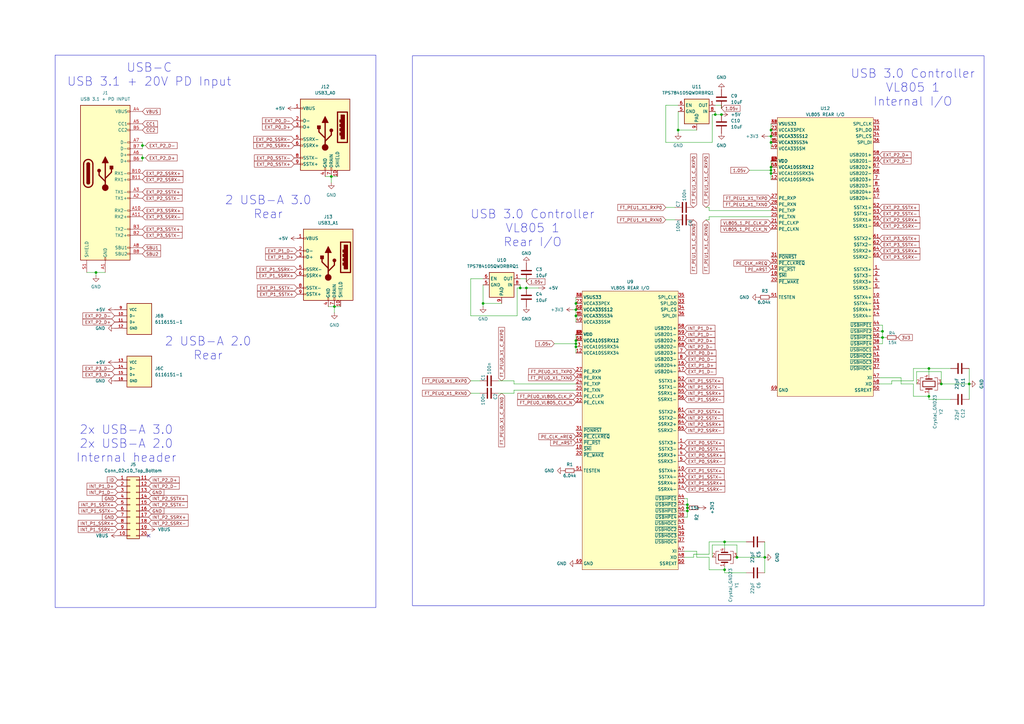
<source format=kicad_sch>
(kicad_sch (version 20250114) (generator "eeschema") (generator_version "9.0")
  (paper "A3")
  (title_block (title "Bugboard-1 D2000 mITX") (date "2025-05-23") (rev "1.0"))
  (lib_symbols
    (symbol "+5V_2" (power) (pin_numbers (hide yes)) (pin_names (offset 0) (hide yes))
      (property "Value" "+5V" (at 0 3.556 0))
      (symbol "+5V_2_1_1"
        (pin power_in line (at 0 0 90) (length 0) (name "~") (number "1"))
      )
    )
    (symbol "6116151-1:6116151-1" (pin_names (offset 1.016))
      (property "Reference" "J" (at -5.08 16.51 0))
      (property "Value" "6116151-1" (at -5.08 -31.75 0))
      (symbol "6116151-1_1_0"
        (pin passive line (at -10.16 12.7 0) (length 5.08) (name "1") (number "1"))
        (pin passive line (at -10.16 10.16 0) (length 5.08) (name "2") (number "2"))
        (pin passive line (at -10.16 7.62 0) (length 5.08) (name "3") (number "3"))
        (pin passive line (at -10.16 5.08 0) (length 5.08) (name "4") (number "4"))
        (pin passive line (at -10.16 2.54 0) (length 5.08) (name "5") (number "5"))
        (pin passive line (at -10.16 0 0) (length 5.08) (name "6") (number "6"))
        (pin passive line (at -10.16 -2.54 0) (length 5.08) (name "7") (number "7"))
        (pin passive line (at -10.16 -5.08 0) (length 5.08) (name "8") (number "8"))
        (pin passive line (at -10.16 -10.16 0) (length 5.08) (name "SHIELD") (number "S1"))
        (pin passive line (at -10.16 -12.7 0) (length 5.08) (name "SHIELD__1") (number "S2"))
        (pin passive line (at -10.16 -15.24 0) (length 5.08) (name "SHIELD__2") (number "S3"))
        (pin passive line (at -10.16 -17.78 0) (length 5.08) (name "SHIELD__3") (number "S4"))
        (pin passive line (at -10.16 -20.32 0) (length 5.08) (name "SHIELD__4") (number "S5"))
        (pin passive line (at -10.16 -22.86 0) (length 5.08) (name "SHIELD__5") (number "S6"))
        (pin passive line (at -10.16 -25.4 0) (length 5.08) (name "SHIELD__6") (number "S7"))
        (pin passive line (at -10.16 -27.94 0) (length 5.08) (name "SHIELD__7") (number "S8"))
      )
      (symbol "6116151-1_2_0"
        (pin power_in line (at -10.16 2.54 0) (length 5.08) (name "VCC") (number "9"))
        (pin bidirectional line (at -10.16 0 0) (length 5.08) (name "D-") (number "10"))
        (pin bidirectional line (at -10.16 -2.54 0) (length 5.08) (name "D+") (number "11"))
        (pin power_in line (at -10.16 -5.08 0) (length 5.08) (name "GND") (number "12"))
      )
      (symbol "6116151-1_3_0"
        (pin power_in line (at -10.16 2.54 0) (length 5.08) (name "VCC") (number "13"))
        (pin bidirectional line (at -10.16 0 0) (length 5.08) (name "D-") (number "14"))
        (pin bidirectional line (at -10.16 -2.54 0) (length 5.08) (name "D+") (number "15"))
        (pin power_in line (at -10.16 -5.08 0) (length 5.08) (name "GND") (number "16"))
      )
    )
    (symbol "Connector:USB3_A" (pin_names (offset 1.016))
      (property "Reference" "J" (at -10.16 15.24 0))
      (property "Value" "USB3_A" (at 10.16 15.24 0))
      (symbol "USB3_A_1_1"
        (pin passive line (at -5.08 -17.78 90) (length 2.54) (name "SHIELD") (number "10"))
        (pin passive line (at -2.54 -17.78 90) (length 2.54) (name "DRAIN") (number "7"))
        (pin power_in line (at 0 -17.78 90) (length 2.54) (name "GND") (number "4"))
        (pin power_in line (at 12.7 10.16 180) (length 2.54) (name "VBUS") (number "1"))
        (pin bidirectional line (at 12.7 5.08 180) (length 2.54) (name "D-") (number "2"))
        (pin bidirectional line (at 12.7 2.54 180) (length 2.54) (name "D+") (number "3"))
        (pin output line (at 12.7 -2.54 180) (length 2.54) (name "SSRX-") (number "5"))
        (pin output line (at 12.7 -5.08 180) (length 2.54) (name "SSRX+") (number "6"))
        (pin input line (at 12.7 -10.16 180) (length 2.54) (name "SSTX-") (number "8"))
        (pin input line (at 12.7 -12.7 180) (length 2.54) (name "SSTX+") (number "9"))
      )
    )
    (symbol "Connector:USB_C_Receptacle" (pin_names (offset 1.016))
      (property "Reference" "J" (at -10.16 29.21 0))
      (property "Value" "USB_C_Receptacle" (at 10.16 29.21 0))
      (symbol "USB_C_Receptacle_1_1"
        (pin passive line (at -7.62 -40.64 90) (length 5.08) (name "SHIELD") (number "S1"))
        (pin passive line (at 0 -40.64 90) (length 5.08) (name "GND") (number "A1"))
        (pin passive line (at 0 -40.64 90) (length 5.08) (hide yes) (name "GND") (number "A12"))
        (pin passive line (at 0 -40.64 90) (length 5.08) (hide yes) (name "GND") (number "B1"))
        (pin passive line (at 0 -40.64 90) (length 5.08) (hide yes) (name "GND") (number "B12"))
        (pin passive line (at 15.24 25.4 180) (length 5.08) (name "VBUS") (number "A4"))
        (pin passive line (at 15.24 25.4 180) (length 5.08) (hide yes) (name "VBUS") (number "A9"))
        (pin passive line (at 15.24 25.4 180) (length 5.08) (hide yes) (name "VBUS") (number "B4"))
        (pin passive line (at 15.24 25.4 180) (length 5.08) (hide yes) (name "VBUS") (number "B9"))
        (pin bidirectional line (at 15.24 20.32 180) (length 5.08) (name "CC1") (number "A5"))
        (pin bidirectional line (at 15.24 17.78 180) (length 5.08) (name "CC2") (number "B5"))
        (pin bidirectional line (at 15.24 12.7 180) (length 5.08) (name "D-") (number "A7"))
        (pin bidirectional line (at 15.24 10.16 180) (length 5.08) (name "D-") (number "B7"))
        (pin bidirectional line (at 15.24 7.62 180) (length 5.08) (name "D+") (number "A6"))
        (pin bidirectional line (at 15.24 5.08 180) (length 5.08) (name "D+") (number "B6"))
        (pin bidirectional line (at 15.24 0 180) (length 5.08) (name "RX1-") (number "B10"))
        (pin bidirectional line (at 15.24 -2.54 180) (length 5.08) (name "RX1+") (number "B11"))
        (pin bidirectional line (at 15.24 -7.62 180) (length 5.08) (name "TX1-") (number "A3"))
        (pin bidirectional line (at 15.24 -10.16 180) (length 5.08) (name "TX1+") (number "A2"))
        (pin bidirectional line (at 15.24 -15.24 180) (length 5.08) (name "RX2-") (number "A10"))
        (pin bidirectional line (at 15.24 -17.78 180) (length 5.08) (name "RX2+") (number "A11"))
        (pin bidirectional line (at 15.24 -22.86 180) (length 5.08) (name "TX2-") (number "B3"))
        (pin bidirectional line (at 15.24 -25.4 180) (length 5.08) (name "TX2+") (number "B2"))
        (pin bidirectional line (at 15.24 -30.48 180) (length 5.08) (name "SBU1") (number "A8"))
        (pin bidirectional line (at 15.24 -33.02 180) (length 5.08) (name "SBU2") (number "B8"))
      )
    )
    (symbol "Connector_Generic:Conn_02x10_Top_Bottom" (pin_names (offset 1.016) (hide yes))
      (property "Reference" "J" (at 1.27 12.7 0))
      (property "Value" "Conn_02x10_Top_Bottom" (at 1.27 -15.24 0))
      (symbol "Conn_02x10_Top_Bottom_1_1"
        (pin passive line (at -5.08 10.16 0) (length 3.81) (name "Pin_1") (number "1"))
        (pin passive line (at -5.08 7.62 0) (length 3.81) (name "Pin_2") (number "2"))
        (pin passive line (at -5.08 5.08 0) (length 3.81) (name "Pin_3") (number "3"))
        (pin passive line (at -5.08 2.54 0) (length 3.81) (name "Pin_4") (number "4"))
        (pin passive line (at -5.08 0 0) (length 3.81) (name "Pin_5") (number "5"))
        (pin passive line (at -5.08 -2.54 0) (length 3.81) (name "Pin_6") (number "6"))
        (pin passive line (at -5.08 -5.08 0) (length 3.81) (name "Pin_7") (number "7"))
        (pin passive line (at -5.08 -7.62 0) (length 3.81) (name "Pin_8") (number "8"))
        (pin passive line (at -5.08 -10.16 0) (length 3.81) (name "Pin_9") (number "9"))
        (pin passive line (at -5.08 -12.7 0) (length 3.81) (name "Pin_10") (number "10"))
        (pin passive line (at 7.62 10.16 180) (length 3.81) (name "Pin_11") (number "11"))
        (pin passive line (at 7.62 7.62 180) (length 3.81) (name "Pin_12") (number "12"))
        (pin passive line (at 7.62 5.08 180) (length 3.81) (name "Pin_13") (number "13"))
        (pin passive line (at 7.62 2.54 180) (length 3.81) (name "Pin_14") (number "14"))
        (pin passive line (at 7.62 0 180) (length 3.81) (name "Pin_15") (number "15"))
        (pin passive line (at 7.62 -2.54 180) (length 3.81) (name "Pin_16") (number "16"))
        (pin passive line (at 7.62 -5.08 180) (length 3.81) (name "Pin_17") (number "17"))
        (pin passive line (at 7.62 -7.62 180) (length 3.81) (name "Pin_18") (number "18"))
        (pin passive line (at 7.62 -10.16 180) (length 3.81) (name "Pin_19") (number "19"))
        (pin passive line (at 7.62 -12.7 180) (length 3.81) (name "Pin_20") (number "20"))
      )
    )
    (symbol "Device:C" (pin_numbers (hide yes)) (pin_names (offset 0.254))
      (property "Reference" "C" (at 0.635 2.54 0))
      (property "Value" "C" (at 0.635 -2.54 0))
      (symbol "C_1_1"
        (pin passive line (at 0 3.81 270) (length 2.794) (name "~") (number "1"))
        (pin passive line (at 0 -3.81 90) (length 2.794) (name "~") (number "2"))
      )
    )
    (symbol "Device:Crystal_GND23" (pin_names (offset 1.016) (hide yes))
      (property "Reference" "Y" (at 3.175 5.08 0))
      (property "Value" "Crystal_GND23" (at 3.175 3.175 0))
      (symbol "Crystal_GND23_1_1"
        (pin passive line (at -3.81 0 0) (length 1.27) (name "1") (number "1"))
        (pin passive line (at 0 5.08 270) (length 1.27) (name "2") (number "2"))
        (pin passive line (at 0 -5.08 90) (length 1.27) (name "3") (number "3"))
        (pin passive line (at 3.81 0 180) (length 1.27) (name "4") (number "4"))
      )
    )
    (symbol "Device:R_Small" (pin_numbers (hide yes)) (pin_names (offset 0.254) (hide yes))
      (property "Reference" "R" (at 0.762 0.508 0))
      (property "Value" "R_Small" (at 0.762 -1.016 0))
      (symbol "R_Small_1_1"
        (pin passive line (at 0 2.54 270) (length 0.762) (name "~") (number "1"))
        (pin passive line (at 0 -2.54 90) (length 0.762) (name "~") (number "2"))
      )
    )
    (symbol "GND_4" (power) (pin_numbers (hide yes)) (pin_names (offset 0) (hide yes))
      (property "Value" "GND" (at 0 -3.81 0))
      (symbol "GND_4_1_1"
        (pin power_in line (at 0 0 270) (length 0) (name "~") (number "1"))
      )
    )
    (symbol "TPS784105QWDRBRQ1:TPS784105QWDRBRQ1"
      (property "Reference" "U4" (at 0 10.16 0))
      (property "Value" "TPS784105QWDRBRQ1" (at 0 7.62 0))
      (symbol "TPS784105QWDRBRQ1_1_1"
        (pin power_in line (at -7.62 2.54 0) (length 2.54) (name "EN") (number "6"))
        (pin power_in line (at -7.62 0 0) (length 2.54) (name "GND") (number "5"))
        (pin no_connect line (at -7.62 -3.81 0) (length 2.54) (hide yes) (name "NC") (number "7"))
        (pin passive line (at 0 -7.62 90) (length 2.54) (name "PAD") (number "9"))
        (pin power_out line (at 7.62 2.54 180) (length 2.54) (name "OUT") (number "1"))
        (pin input line (at 7.62 0 180) (length 2.54) (name "IN") (number "8"))
        (pin no_connect line (at 7.62 -3.81 180) (length 2.54) (hide yes) (name "NC") (number "2"))
      )
    )
    (symbol "VL805:VL805"
      (property "Reference" "U" (at 0 0 0))
      (symbol "VL805_1_1"
        (pin input line (at -20.32 54.61 0) (length 2.54) (name "VSUS33") (number "32"))
        (pin input line (at -20.32 54.61 0) (length 2.54) (name "VSUS33") (number "46"))
        (pin input line (at -20.32 52.07 0) (length 2.54) (name "VCCA33PEX") (number "23"))
        (pin input line (at -20.32 49.53 0) (length 2.54) (name "VCCA33SS12") (number "57"))
        (pin input line (at -20.32 49.53 0) (length 2.54) (name "VCCA33SS12") (number "66"))
        (pin input line (at -20.32 46.99 0) (length 2.54) (name "VCCA33SS34") (number "15"))
        (pin input line (at -20.32 46.99 0) (length 2.54) (name "VCCA33SS34") (number "6"))
        (pin input line (at -20.32 44.45 0) (length 2.54) (name "VCCA33SSM") (number "49"))
        (pin input line (at -20.32 39.37 0) (length 2.54) (name "VDD") (number "29"))
        (pin input line (at -20.32 39.37 0) (length 2.54) (name "VDD") (number "45"))
        (pin input line (at -20.32 39.37 0) (length 2.54) (name "VDD") (number "60"))
        (pin input line (at -20.32 39.37 0) (length 2.54) (name "VDD") (number "9"))
        (pin input line (at -20.32 36.83 0) (length 2.54) (name "VCCA10SSRX12") (number "54"))
        (pin input line (at -20.32 36.83 0) (length 2.54) (name "VCCA10SSRX12") (number "63"))
        (pin input line (at -20.32 34.29 0) (length 2.54) (name "VCCA10SSRX34") (number "3"))
        (pin input line (at -20.32 31.75 0) (length 2.54) (name "VCCA10SSRX34") (number "12"))
        (pin input line (at -20.32 24.13 0) (length 2.54) (name "PE_RXP") (number "27"))
        (pin input line (at -20.32 21.59 0) (length 2.54) (name "PE_RXN") (number "28"))
        (pin input line (at -20.32 19.05 0) (length 2.54) (name "PE_TXP") (number "24"))
        (pin input line (at -20.32 16.51 0) (length 2.54) (name "PE_TXN") (number "25"))
        (pin input line (at -20.32 13.97 0) (length 2.54) (name "PE_CLKP") (number "21"))
        (pin input line (at -20.32 11.43 0) (length 2.54) (name "PE_CLKN") (number "22"))
        (pin input line (at -20.32 0 0) (length 2.54) (name "~{PONRST}") (number "31"))
        (pin input line (at -20.32 -2.54 0) (length 2.54) (name "~{PE_CLKREQ}") (number "30"))
        (pin input line (at -20.32 -5.08 0) (length 2.54) (name "~{PE_RST}") (number "19"))
        (pin input line (at -20.32 -7.62 0) (length 2.54) (name "~{SMI}") (number "18"))
        (pin input line (at -20.32 -10.16 0) (length 2.54) (name "~{PE_WAKE}") (number "20"))
        (pin input line (at -20.32 -16.51 0) (length 2.54) (name "TESTEN") (number "51"))
        (pin input line (at -20.32 -54.61 0) (length 2.54) (name "GND") (number "69"))
        (pin input line (at 24.13 54.61 180) (length 2.54) (name "SPI_CLK") (number "35"))
        (pin input line (at 24.13 52.07 180) (length 2.54) (name "SPI_DO") (number "33"))
        (pin input line (at 24.13 49.53 180) (length 2.54) (name "SPI_CS") (number "34"))
        (pin input line (at 24.13 46.99 180) (length 2.54) (name "SPI_DI") (number "36"))
        (pin input line (at 24.13 41.91 180) (length 2.54) (name "USB2D1+") (number "58"))
        (pin input line (at 24.13 39.37 180) (length 2.54) (name "USB2D1-") (number "59"))
        (pin input line (at 24.13 36.83 180) (length 2.54) (name "USB2D2+") (number "67"))
        (pin input line (at 24.13 34.29 180) (length 2.54) (name "USB2D2-") (number "68"))
        (pin input line (at 24.13 31.75 180) (length 2.54) (name "USB2D3+") (number "7"))
        (pin input line (at 24.13 29.21 180) (length 2.54) (name "USB2D3-") (number "8"))
        (pin input line (at 24.13 26.67 180) (length 2.54) (name "USB2D4+") (number "16"))
        (pin input line (at 24.13 24.13 180) (length 2.54) (name "USB2D4-") (number "17"))
        (pin input line (at 24.13 20.32 180) (length 2.54) (name "SSTX1+") (number "52"))
        (pin input line (at 24.13 17.78 180) (length 2.54) (name "SSTX1-") (number "53"))
        (pin input line (at 24.13 15.24 180) (length 2.54) (name "SSRX1+") (number "55"))
        (pin input line (at 24.13 12.7 180) (length 2.54) (name "SSRX1-") (number "56"))
        (pin input line (at 24.13 7.62 180) (length 2.54) (name "SSTX2+") (number "61"))
        (pin input line (at 24.13 5.08 180) (length 2.54) (name "SSTX2-") (number "62"))
        (pin input line (at 24.13 2.54 180) (length 2.54) (name "SSRX2+") (number "64"))
        (pin input line (at 24.13 0 180) (length 2.54) (name "SSRX2-") (number "65"))
        (pin input line (at 24.13 -5.08 180) (length 2.54) (name "SSTX3+") (number "1"))
        (pin input line (at 24.13 -7.62 180) (length 2.54) (name "SSTX3-") (number "2"))
        (pin input line (at 24.13 -10.16 180) (length 2.54) (name "SSRX3+") (number "4"))
        (pin input line (at 24.13 -12.7 180) (length 2.54) (name "SSRX3-") (number "5"))
        (pin input line (at 24.13 -16.51 180) (length 2.54) (name "SSTX4+") (number "10"))
        (pin input line (at 24.13 -19.05 180) (length 2.54) (name "SSTX4-") (number "11"))
        (pin input line (at 24.13 -21.59 180) (length 2.54) (name "SSRX4+") (number "13"))
        (pin input line (at 24.13 -24.13 180) (length 2.54) (name "SSRX4-") (number "14"))
        (pin input line (at 24.13 -27.94 180) (length 2.54) (name "~{USBHPE1}") (number "44"))
        (pin input line (at 24.13 -30.48 180) (length 2.54) (name "~{USBHPE2}") (number "42"))
        (pin input line (at 24.13 -33.02 180) (length 2.54) (name "~{USBHPE3}") (number "40"))
        (pin input line (at 24.13 -35.56 180) (length 2.54) (name "~{USBHPE4}") (number "38"))
        (pin input line (at 24.13 -38.1 180) (length 2.54) (name "~{USBHOC1}") (number "43"))
        (pin input line (at 24.13 -40.64 180) (length 2.54) (name "~{USBHOC2}") (number "41"))
        (pin input line (at 24.13 -43.18 180) (length 2.54) (name "~{USBHOC3}") (number "39"))
        (pin input line (at 24.13 -45.72 180) (length 2.54) (name "~{USBHOC4}") (number "37"))
        (pin input line (at 24.13 -49.53 180) (length 2.54) (name "XI") (number "47"))
        (pin input line (at 24.13 -52.07 180) (length 2.54) (name "XO") (number "48"))
        (pin input line (at 24.13 -54.61 180) (length 2.54) (name "SSREXT") (number "50"))
      )
    )
    (symbol "power:+3V3" (power) (pin_names (offset 0))
      (property "Value" "+3V3" (at 0 3.556 0))
      (symbol "+3V3_1_1"
        (pin power_in line (at 0 0 90) (length 0) (hide yes) (name "+3V3") (number "1"))
      )
    )
    (symbol "power:+5V" (power) (pin_numbers (hide yes)) (pin_names (offset 0) (hide yes))
      (property "Value" "+5V" (at 0 3.556 0))
      (symbol "+5V_1_1"
        (pin power_in line (at 0 0 90) (length 0) (name "~") (number "1"))
      )
    )
    (symbol "power:GND" (power) (pin_numbers (hide yes)) (pin_names (offset 0) (hide yes))
      (property "Value" "GND" (at 0 -3.81 0))
      (symbol "GND_1_1"
        (pin power_in line (at 0 0 270) (length 0) (name "~") (number "1"))
      )
    )
    (symbol "power:VBUS" (power) (pin_numbers (hide yes)) (pin_names (offset 0) (hide yes))
      (property "Value" "VBUS" (at 0 3.556 0))
      (symbol "VBUS_1_1"
        (pin power_in line (at 0 0 90) (length 0) (name "~") (number "1"))
      )
    )
  )
  (rectangle (start 22.606 22.606) (end 154.178 249.174))
  (rectangle (start 169.164 22.86) (end 403.606 248.412))
  (text "USB 3.0 Controller\nVL805 1\nInternal I/O" (at 374.396 36.068 0) (effects (font (size 3.556 3.556))))
  (text "2x USB-A 3.0\n2x USB-A 2.0\nInternal header" (at 51.816 182.118 0) (effects (font (size 3.556 3.556))))
  (text "2 USB-A 3.0\nRear" (at 109.982 85.09 0) (effects (font (size 3.556 3.556))))
  (text "2 USB-A 2.0\nRear" (at 85.344 143.002 0) (effects (font (size 3.556 3.556))))
  (text "USB 3.0 Controller\nVL805 1\nRear I/O" (at 218.44 93.726 0) (effects (font (size 3.556 3.556))))
  (text "USB-C\nUSB 3.1 + 20V PD Input" (at 61.214 30.734 0) (effects (font (size 3.556 3.556))))
  (junction (at 236.22 140.97))
  (junction (at 278.13 53.34))
  (junction (at 397.51 157.48))
  (junction (at 293.37 46.99))
  (junction (at 281.94 209.55))
  (junction (at 213.36 118.11))
  (junction (at 58.42 59.69))
  (junction (at 302.26 228.6))
  (junction (at 316.23 68.58))
  (junction (at 316.23 58.42))
  (junction (at 295.91 46.99))
  (junction (at 198.12 124.46))
  (junction (at 316.23 71.12))
  (junction (at 316.23 53.34))
  (junction (at 316.23 55.88))
  (junction (at 236.22 127))
  (junction (at 316.23 69.85))
  (junction (at 236.22 142.24))
  (junction (at 58.42 64.77))
  (junction (at 236.22 129.54))
  (junction (at 313.69 228.6))
  (junction (at 215.9 118.11))
  (junction (at 361.95 135.89))
  (junction (at 281.94 207.01))
  (junction (at 39.37 111.76))
  (junction (at 137.16 125.73))
  (junction (at 381 151.13))
  (junction (at 236.22 124.46))
  (junction (at 297.18 233.68))
  (junction (at 386.08 157.48))
  (junction (at 297.18 222.25))
  (junction (at 361.95 138.43))
  (junction (at 236.22 139.7))
  (junction (at 281.94 208.28))
  (junction (at 381 162.56))
  (junction (at 135.89 72.39))
  (no_connect (at 60.96 219.71))
  (wire (pts (xy 278.13 45.72) (xy 278.13 53.34)))
  (wire (pts (xy 290.83 228.6) (xy 290.83 233.68)))
  (wire (pts (xy 236.22 127) (xy 234.95 127)))
  (wire (pts (xy 290.83 222.25) (xy 290.83 227.33)))
  (wire (pts (xy 316.23 58.42) (xy 316.23 60.96)))
  (wire (pts (xy 365.76 157.48) (xy 365.76 156.21)))
  (wire (pts (xy 273.05 90.17) (xy 276.86 90.17)))
  (wire (pts (xy 198.12 114.3) (xy 193.04 114.3)))
  (wire (pts (xy 215.9 114.3) (xy 215.9 115.57)))
  (wire (pts (xy 297.18 222.25) (xy 297.18 224.79)))
  (wire (pts (xy 278.13 43.18) (xy 273.05 43.18)))
  (wire (pts (xy 290.83 233.68) (xy 297.18 233.68)))
  (wire (pts (xy 313.69 228.6) (xy 313.69 234.95)))
  (wire (pts (xy 290.83 222.25) (xy 297.18 222.25)))
  (wire (pts (xy 360.68 133.35) (xy 361.95 133.35)))
  (wire (pts (xy 306.07 234.95) (xy 297.18 234.95)))
  (wire (pts (xy 293.37 45.72) (xy 293.37 46.99)))
  (wire (pts (xy 58.42 58.42) (xy 58.42 59.69)))
  (wire (pts (xy 210.82 160.02) (xy 236.22 160.02)))
  (wire (pts (xy 273.05 85.09) (xy 276.86 85.09)))
  (wire (pts (xy 204.47 161.29) (xy 210.82 161.29)))
  (wire (pts (xy 292.1 223.52) (xy 302.26 223.52)))
  (wire (pts (xy 39.37 111.76) (xy 43.18 111.76)))
  (wire (pts (xy 397.51 151.13) (xy 397.51 157.48)))
  (wire (pts (xy 360.68 157.48) (xy 365.76 157.48)))
  (wire (pts (xy 236.22 121.92) (xy 236.22 124.46)))
  (wire (pts (xy 360.68 138.43) (xy 361.95 138.43)))
  (wire (pts (xy 236.22 124.46) (xy 236.22 127)))
  (wire (pts (xy 135.89 72.39) (xy 133.35 72.39)))
  (wire (pts (xy 316.23 71.12) (xy 316.23 73.66)))
  (wire (pts (xy 290.83 86.36) (xy 316.23 86.36)))
  (wire (pts (xy 198.12 125.73) (xy 198.12 124.46)))
  (wire (pts (xy 290.83 90.17) (xy 290.83 88.9)))
  (wire (pts (xy 316.23 55.88) (xy 316.23 58.42)))
  (wire (pts (xy 212.09 118.11) (xy 213.36 118.11)))
  (wire (pts (xy 58.42 59.69) (xy 58.42 60.96)))
  (wire (pts (xy 369.57 157.48) (xy 374.65 157.48)))
  (wire (pts (xy 386.08 157.48) (xy 397.51 157.48)))
  (wire (pts (xy 302.26 228.6) (xy 313.69 228.6)))
  (wire (pts (xy 236.22 127) (xy 236.22 129.54)))
  (wire (pts (xy 285.75 228.6) (xy 290.83 228.6)))
  (wire (pts (xy 198.12 124.46) (xy 205.74 124.46)))
  (wire (pts (xy 281.94 209.55) (xy 281.94 212.09)))
  (wire (pts (xy 292.1 228.6) (xy 292.1 223.52)))
  (wire (pts (xy 374.65 151.13) (xy 374.65 156.21)))
  (wire (pts (xy 381 162.56) (xy 381 163.83)))
  (wire (pts (xy 361.95 140.97) (xy 360.68 140.97)))
  (wire (pts (xy 213.36 116.84) (xy 213.36 118.11)))
  (wire (pts (xy 386.08 152.4) (xy 386.08 157.48)))
  (wire (pts (xy 58.42 59.69) (xy 59.69 59.69)))
  (wire (pts (xy 316.23 50.8) (xy 316.23 53.34)))
  (wire (pts (xy 280.67 209.55) (xy 281.94 209.55)))
  (wire (pts (xy 280.67 204.47) (xy 281.94 204.47)))
  (wire (pts (xy 280.67 207.01) (xy 281.94 207.01)))
  (wire (pts (xy 374.65 162.56) (xy 381 162.56)))
  (wire (pts (xy 210.82 157.48) (xy 236.22 157.48)))
  (wire (pts (xy 198.12 124.46) (xy 198.12 116.84)))
  (wire (pts (xy 193.04 161.29) (xy 196.85 161.29)))
  (wire (pts (xy 236.22 139.7) (xy 236.22 140.97)))
  (wire (pts (xy 316.23 66.04) (xy 316.23 68.58)))
  (wire (pts (xy 375.92 157.48) (xy 375.92 152.4)))
  (wire (pts (xy 204.47 156.21) (xy 210.82 156.21)))
  (wire (pts (xy 193.04 129.54) (xy 212.09 129.54)))
  (wire (pts (xy 389.89 163.83) (xy 381 163.83)))
  (wire (pts (xy 292.1 58.42) (xy 292.1 46.99)))
  (wire (pts (xy 363.22 138.43) (xy 361.95 138.43)))
  (wire (pts (xy 316.23 55.88) (xy 314.96 55.88)))
  (wire (pts (xy 316.23 68.58) (xy 316.23 69.85)))
  (wire (pts (xy 135.89 74.93) (xy 135.89 72.39)))
  (wire (pts (xy 297.18 233.68) (xy 297.18 234.95)))
  (wire (pts (xy 365.76 156.21) (xy 374.65 156.21)))
  (wire (pts (xy 361.95 135.89) (xy 361.95 138.43)))
  (wire (pts (xy 316.23 69.85) (xy 316.23 71.12)))
  (wire (pts (xy 360.68 135.89) (xy 361.95 135.89)))
  (wire (pts (xy 236.22 129.54) (xy 236.22 132.08)))
  (wire (pts (xy 306.07 222.25) (xy 297.18 222.25)))
  (wire (pts (xy 236.22 140.97) (xy 236.22 142.24)))
  (wire (pts (xy 213.36 118.11) (xy 215.9 118.11)))
  (wire (pts (xy 293.37 46.99) (xy 295.91 46.99)))
  (wire (pts (xy 273.05 58.42) (xy 292.1 58.42)))
  (wire (pts (xy 227.33 140.97) (xy 236.22 140.97)))
  (wire (pts (xy 39.37 111.76) (xy 39.37 113.03)))
  (wire (pts (xy 313.69 222.25) (xy 313.69 228.6)))
  (wire (pts (xy 361.95 133.35) (xy 361.95 135.89)))
  (wire (pts (xy 273.05 43.18) (xy 273.05 58.42)))
  (wire (pts (xy 137.16 125.73) (xy 137.16 128.27)))
  (wire (pts (xy 369.57 154.94) (xy 369.57 157.48)))
  (wire (pts (xy 196.85 156.21) (xy 193.04 156.21)))
  (wire (pts (xy 374.65 157.48) (xy 374.65 162.56)))
  (wire (pts (xy 278.13 53.34) (xy 285.75 53.34)))
  (wire (pts (xy 236.22 142.24) (xy 236.22 144.78)))
  (wire (pts (xy 35.56 111.76) (xy 39.37 111.76)))
  (wire (pts (xy 381 151.13) (xy 381 153.67)))
  (wire (pts (xy 284.48 227.33) (xy 290.83 227.33)))
  (wire (pts (xy 280.67 226.06) (xy 285.75 226.06)))
  (wire (pts (xy 290.83 88.9) (xy 316.23 88.9)))
  (wire (pts (xy 295.91 43.18) (xy 293.37 43.18)))
  (wire (pts (xy 281.94 208.28) (xy 281.94 209.55)))
  (wire (pts (xy 285.75 226.06) (xy 285.75 228.6)))
  (wire (pts (xy 307.34 69.85) (xy 316.23 69.85)))
  (wire (pts (xy 215.9 114.3) (xy 213.36 114.3)))
  (wire (pts (xy 193.04 114.3) (xy 193.04 129.54)))
  (wire (pts (xy 374.65 151.13) (xy 381 151.13)))
  (wire (pts (xy 361.95 138.43) (xy 361.95 140.97)))
  (wire (pts (xy 281.94 212.09) (xy 280.67 212.09)))
  (wire (pts (xy 381 162.56) (xy 381 161.29)))
  (wire (pts (xy 397.51 157.48) (xy 397.51 163.83)))
  (wire (pts (xy 289.56 90.17) (xy 290.83 90.17)))
  (wire (pts (xy 290.83 85.09) (xy 290.83 86.36)))
  (wire (pts (xy 135.89 72.39) (xy 138.43 72.39)))
  (wire (pts (xy 134.62 125.73) (xy 137.16 125.73)))
  (wire (pts (xy 297.18 233.68) (xy 297.18 232.41)))
  (wire (pts (xy 289.56 85.09) (xy 290.83 85.09)))
  (wire (pts (xy 137.16 125.73) (xy 139.7 125.73)))
  (wire (pts (xy 59.69 64.77) (xy 58.42 64.77)))
  (wire (pts (xy 284.48 228.6) (xy 280.67 228.6)))
  (wire (pts (xy 292.1 46.99) (xy 293.37 46.99)))
  (wire (pts (xy 316.23 53.34) (xy 316.23 55.88)))
  (wire (pts (xy 360.68 154.94) (xy 369.57 154.94)))
  (wire (pts (xy 281.94 204.47) (xy 281.94 207.01)))
  (wire (pts (xy 295.91 43.18) (xy 295.91 44.45)))
  (wire (pts (xy 220.98 118.11) (xy 215.9 118.11)))
  (wire (pts (xy 212.09 129.54) (xy 212.09 118.11)))
  (wire (pts (xy 302.26 223.52) (xy 302.26 228.6)))
  (wire (pts (xy 284.48 228.6) (xy 284.48 227.33)))
  (wire (pts (xy 281.94 207.01) (xy 281.94 208.28)))
  (wire (pts (xy 210.82 161.29) (xy 210.82 160.02)))
  (wire (pts (xy 389.89 151.13) (xy 381 151.13)))
  (wire (pts (xy 236.22 137.16) (xy 236.22 139.7)))
  (wire (pts (xy 58.42 64.77) (xy 58.42 66.04)))
  (wire (pts (xy 58.42 63.5) (xy 58.42 64.77)))
  (wire (pts (xy 278.13 54.61) (xy 278.13 53.34)))
  (wire (pts (xy 375.92 152.4) (xy 386.08 152.4)))
  (wire (pts (xy 210.82 156.21) (xy 210.82 157.48)))
  (global_label "ID" (shape input) (at 48.26 196.85 180) (property "Intersheetrefs" "${INTERSHEET_REFS}" (effects (hide yes))))
  (global_label "EXT_P0_SSTX+" (shape input) (at 280.67 181.61 0) (property "Intersheetrefs" "${INTERSHEET_REFS}" (effects (hide yes))))
  (global_label "SBU2" (shape input) (at 58.42 104.14 0) (property "Intersheetrefs" "${INTERSHEET_REFS}" (effects (hide yes))))
  (global_label "FT_PEU0_X1_TXP0" (shape input) (at 236.22 152.4 180) (property "Intersheetrefs" "${INTERSHEET_REFS}" (effects (hide yes))))
  (global_label "FT_PEU1_X1_RXN0" (shape input) (at 273.05 90.17 180) (property "Intersheetrefs" "${INTERSHEET_REFS}" (effects (hide yes))))
  (global_label "EXT_P0_SSRX-" (shape input) (at 120.65 57.15 180) (property "Intersheetrefs" "${INTERSHEET_REFS}" (effects (hide yes))))
  (global_label "EXT_P2_SSTX+" (shape input) (at 360.68 85.09 0) (property "Intersheetrefs" "${INTERSHEET_REFS}" (effects (hide yes))))
  (global_label "INT_P2_SSRX-" (shape input) (at 60.96 214.63 0) (property "Intersheetrefs" "${INTERSHEET_REFS}" (effects (hide yes))))
  (global_label "INT_P1_D+" (shape input) (at 280.67 134.62 0) (property "Intersheetrefs" "${INTERSHEET_REFS}" (effects (hide yes))))
  (global_label "INT_P2_SSRX+" (shape input) (at 60.96 212.09 0) (property "Intersheetrefs" "${INTERSHEET_REFS}" (effects (hide yes))))
  (global_label "PE_CLK_nREQ" (shape input) (at 316.23 107.95 180) (property "Intersheetrefs" "${INTERSHEET_REFS}" (effects (hide yes))))
  (global_label "EXT_P2_D+" (shape input) (at 46.99 132.08 180) (property "Intersheetrefs" "${INTERSHEET_REFS}" (effects (hide yes))))
  (global_label "FT_PEU0_X1_C_RXN0" (shape input) (at 205.74 161.29 270) (property "Intersheetrefs" "${INTERSHEET_REFS}" (effects (hide yes))))
  (global_label "EXT_P3_SSRX+" (shape input) (at 360.68 102.87 0) (property "Intersheetrefs" "${INTERSHEET_REFS}" (effects (hide yes))))
  (global_label "INT_P1_SSRX+" (shape input) (at 280.67 161.29 0) (property "Intersheetrefs" "${INTERSHEET_REFS}" (effects (hide yes))))
  (global_label "EXT_P1_SSRX-" (shape input) (at 121.92 110.49 180) (property "Intersheetrefs" "${INTERSHEET_REFS}" (effects (hide yes))))
  (global_label "INT_P2_D+" (shape input) (at 280.67 139.7 0) (property "Intersheetrefs" "${INTERSHEET_REFS}" (effects (hide yes))))
  (global_label "EXT_P1_SSTX-" (shape input) (at 280.67 195.58 0) (property "Intersheetrefs" "${INTERSHEET_REFS}" (effects (hide yes))))
  (global_label "EXT_P0_D+" (shape input) (at 120.65 52.07 180) (property "Intersheetrefs" "${INTERSHEET_REFS}" (effects (hide yes))))
  (global_label "EXT_P2_SSRX+" (shape input) (at 360.68 90.17 0) (property "Intersheetrefs" "${INTERSHEET_REFS}" (effects (hide yes))))
  (global_label "EXT_P1_D+" (shape input) (at 121.92 105.41 180) (property "Intersheetrefs" "${INTERSHEET_REFS}" (effects (hide yes))))
  (global_label "EXT_P2_SSTX-" (shape input) (at 58.42 81.28 0) (property "Intersheetrefs" "${INTERSHEET_REFS}" (effects (hide yes))))
  (global_label "FT_PEU0_X1_TXN0" (shape input) (at 236.22 154.94 180) (property "Intersheetrefs" "${INTERSHEET_REFS}" (effects (hide yes))))
  (global_label "EXT_P1_D+" (shape input) (at 280.67 149.86 0) (property "Intersheetrefs" "${INTERSHEET_REFS}" (effects (hide yes))))
  (global_label "FT_PEU1_X1_C_RXP0" (shape input) (at 284.48 85.09 90) (property "Intersheetrefs" "${INTERSHEET_REFS}" (effects (hide yes))))
  (global_label "EXT_P3_SSTX+" (shape input) (at 360.68 97.79 0) (property "Intersheetrefs" "${INTERSHEET_REFS}" (effects (hide yes))))
  (global_label "INT_P1_SSRX+" (shape input) (at 48.26 214.63 180) (property "Intersheetrefs" "${INTERSHEET_REFS}" (effects (hide yes))))
  (global_label "EXT_P2_SSRX-" (shape input) (at 58.42 73.66 0) (property "Intersheetrefs" "${INTERSHEET_REFS}" (effects (hide yes))))
  (global_label "FT_PEU1_X1_TXN0" (shape input) (at 316.23 83.82 180) (property "Intersheetrefs" "${INTERSHEET_REFS}" (effects (hide yes))))
  (global_label "FT_PEU1_X1_C_RXP0" (shape input) (at 289.56 85.09 90) (property "Intersheetrefs" "${INTERSHEET_REFS}" (effects (hide yes))))
  (global_label "EXT_P2_SSRX+" (shape input) (at 58.42 71.12 0) (property "Intersheetrefs" "${INTERSHEET_REFS}" (effects (hide yes))))
  (global_label "EXT_P0_D-" (shape input) (at 120.65 49.53 180) (property "Intersheetrefs" "${INTERSHEET_REFS}" (effects (hide yes))))
  (global_label "INT_P1_SSRX-" (shape input) (at 48.26 217.17 180) (property "Intersheetrefs" "${INTERSHEET_REFS}" (effects (hide yes))))
  (global_label "EXT_P2_D-" (shape input) (at 46.99 129.54 180) (property "Intersheetrefs" "${INTERSHEET_REFS}" (effects (hide yes))))
  (global_label "EXT_P0_SSTX-" (shape input) (at 120.65 64.77 180) (property "Intersheetrefs" "${INTERSHEET_REFS}" (effects (hide yes))))
  (global_label "FT_PEU1_X1_C_RXN0" (shape input) (at 284.48 90.17 270) (property "Intersheetrefs" "${INTERSHEET_REFS}" (effects (hide yes))))
  (global_label "FT_PEU0_VL805_CLK_P" (shape input) (at 236.22 162.56 180) (property "Intersheetrefs" "${INTERSHEET_REFS}" (effects (hide yes))))
  (global_label "INT_P2_SSTX-" (shape input) (at 60.96 207.01 0) (property "Intersheetrefs" "${INTERSHEET_REFS}" (effects (hide yes))))
  (global_label "EXT_P2_D+" (shape input) (at 59.69 64.77 0) (property "Intersheetrefs" "${INTERSHEET_REFS}" (effects (hide yes))))
  (global_label "FT_PEU0_X1_RXP0" (shape input) (at 193.04 156.21 180) (property "Intersheetrefs" "${INTERSHEET_REFS}" (effects (hide yes))))
  (global_label "EXT_P0_SSTX-" (shape input) (at 280.67 184.15 0) (property "Intersheetrefs" "${INTERSHEET_REFS}" (effects (hide yes))))
  (global_label "EXT_P1_SSTX-" (shape input) (at 121.92 118.11 180) (property "Intersheetrefs" "${INTERSHEET_REFS}" (effects (hide yes))))
  (global_label "CC1" (shape input) (at 58.42 50.8 0) (property "Intersheetrefs" "${INTERSHEET_REFS}" (effects (hide yes))))
  (global_label "EXT_P3_D-" (shape input) (at 46.99 151.13 180) (property "Intersheetrefs" "${INTERSHEET_REFS}" (effects (hide yes))))
  (global_label "SBU1" (shape input) (at 58.42 101.6 0) (property "Intersheetrefs" "${INTERSHEET_REFS}" (effects (hide yes))))
  (global_label "INT_P1_SSTX-" (shape input) (at 280.67 158.75 0) (property "Intersheetrefs" "${INTERSHEET_REFS}" (effects (hide yes))))
  (global_label "EXT_P2_SSTX+" (shape input) (at 58.42 78.74 0) (property "Intersheetrefs" "${INTERSHEET_REFS}" (effects (hide yes))))
  (global_label "EXT_P3_D+" (shape input) (at 46.99 153.67 180) (property "Intersheetrefs" "${INTERSHEET_REFS}" (effects (hide yes))))
  (global_label "EXT_P3_SSRX+" (shape input) (at 58.42 86.36 0) (property "Intersheetrefs" "${INTERSHEET_REFS}" (effects (hide yes))))
  (global_label "GND" (shape input) (at 60.96 209.55 0) (property "Intersheetrefs" "${INTERSHEET_REFS}" (effects (hide yes))))
  (global_label "FT_PEU0_VL805_CLK_N" (shape input) (at 236.22 165.1 180) (property "Intersheetrefs" "${INTERSHEET_REFS}" (effects (hide yes))))
  (global_label "EXT_P1_D-" (shape input) (at 121.92 102.87 180) (property "Intersheetrefs" "${INTERSHEET_REFS}" (effects (hide yes))))
  (global_label "INT_P2_D-" (shape input) (at 60.96 199.39 0) (property "Intersheetrefs" "${INTERSHEET_REFS}" (effects (hide yes))))
  (global_label "EXT_P2_SSTX-" (shape input) (at 360.68 87.63 0) (property "Intersheetrefs" "${INTERSHEET_REFS}" (effects (hide yes))))
  (global_label "EXT_P3_SSTX-" (shape input) (at 360.68 100.33 0) (property "Intersheetrefs" "${INTERSHEET_REFS}" (effects (hide yes))))
  (global_label "1.05v" (shape input) (at 307.34 69.85 180) (property "Intersheetrefs" "${INTERSHEET_REFS}" (effects (hide yes))))
  (global_label "EXT_P2_SSRX-" (shape input) (at 360.68 92.71 0) (property "Intersheetrefs" "${INTERSHEET_REFS}" (effects (hide yes))))
  (global_label "EXT_P3_SSRX-" (shape input) (at 360.68 105.41 0) (property "Intersheetrefs" "${INTERSHEET_REFS}" (effects (hide yes))))
  (global_label "INT_P1_D-" (shape input) (at 48.26 201.93 180) (property "Intersheetrefs" "${INTERSHEET_REFS}" (effects (hide yes))))
  (global_label "INT_P1_D-" (shape input) (at 280.67 137.16 0) (property "Intersheetrefs" "${INTERSHEET_REFS}" (effects (hide yes))))
  (global_label "EXT_P2_D+" (shape input) (at 360.68 63.5 0) (property "Intersheetrefs" "${INTERSHEET_REFS}" (effects (hide yes))))
  (global_label "FT_PEU0_X1_RXN0" (shape input) (at 193.04 161.29 180) (property "Intersheetrefs" "${INTERSHEET_REFS}" (effects (hide yes))))
  (global_label "EXT_P1_SSTX+" (shape input) (at 280.67 193.04 0) (property "Intersheetrefs" "${INTERSHEET_REFS}" (effects (hide yes))))
  (global_label "EXT_P1_D-" (shape input) (at 280.67 152.4 0) (property "Intersheetrefs" "${INTERSHEET_REFS}" (effects (hide yes))))
  (global_label "EXT_P0_SSTX+" (shape input) (at 120.65 67.31 180) (property "Intersheetrefs" "${INTERSHEET_REFS}" (effects (hide yes))))
  (global_label "PE_nRST" (shape input) (at 316.23 110.49 180) (property "Intersheetrefs" "${INTERSHEET_REFS}" (effects (hide yes))))
  (global_label "EXT_P0_D-" (shape input) (at 280.67 147.32 0) (property "Intersheetrefs" "${INTERSHEET_REFS}" (effects (hide yes))))
  (global_label "PE_nRST" (shape input) (at 236.22 181.61 180) (property "Intersheetrefs" "${INTERSHEET_REFS}" (effects (hide yes))))
  (global_label "EXT_P0_D+" (shape input) (at 280.67 144.78 0) (property "Intersheetrefs" "${INTERSHEET_REFS}" (effects (hide yes))))
  (global_label "INT_P1_D+" (shape input) (at 48.26 199.39 180) (property "Intersheetrefs" "${INTERSHEET_REFS}" (effects (hide yes))))
  (global_label "VBUS" (shape input) (at 58.42 45.72 0) (property "Intersheetrefs" "${INTERSHEET_REFS}" (effects (hide yes))))
  (global_label "FT_PEU1_X1_C_RXN0" (shape input) (at 289.56 90.17 270) (property "Intersheetrefs" "${INTERSHEET_REFS}" (effects (hide yes))))
  (global_label "INT_P2_SSTX+" (shape input) (at 60.96 204.47 0) (property "Intersheetrefs" "${INTERSHEET_REFS}" (effects (hide yes))))
  (global_label "CC2" (shape input) (at 58.42 53.34 0) (property "Intersheetrefs" "${INTERSHEET_REFS}" (effects (hide yes))))
  (global_label "GND" (shape input) (at 60.96 201.93 0) (property "Intersheetrefs" "${INTERSHEET_REFS}" (effects (hide yes))))
  (global_label "EXT_P0_SSRX-" (shape input) (at 280.67 189.23 0) (property "Intersheetrefs" "${INTERSHEET_REFS}" (effects (hide yes))))
  (global_label "FT_PEU0_X1_C_RXP0" (shape input) (at 205.74 156.21 90) (property "Intersheetrefs" "${INTERSHEET_REFS}" (effects (hide yes))))
  (global_label "EXT_P1_SSRX+" (shape input) (at 280.67 198.12 0) (property "Intersheetrefs" "${INTERSHEET_REFS}" (effects (hide yes))))
  (global_label "INT_P1_SSTX+" (shape input) (at 280.67 156.21 0) (property "Intersheetrefs" "${INTERSHEET_REFS}" (effects (hide yes))))
  (global_label "GND" (shape input) (at 48.26 212.09 180) (property "Intersheetrefs" "${INTERSHEET_REFS}" (effects (hide yes))))
  (global_label "INT_P1_SSTX+" (shape input) (at 48.26 207.01 180) (property "Intersheetrefs" "${INTERSHEET_REFS}" (effects (hide yes))))
  (global_label "INT_P2_SSTX-" (shape input) (at 280.67 171.45 0) (property "Intersheetrefs" "${INTERSHEET_REFS}" (effects (hide yes))))
  (global_label "EXT_P1_SSRX+" (shape input) (at 121.92 113.03 180) (property "Intersheetrefs" "${INTERSHEET_REFS}" (effects (hide yes))))
  (global_label "1.05v" (shape input) (at 215.9 115.57 0) (property "Intersheetrefs" "${INTERSHEET_REFS}" (effects (hide yes))))
  (global_label "FT_PEU1_X1_RXP0" (shape input) (at 273.05 85.09 180) (property "Intersheetrefs" "${INTERSHEET_REFS}" (effects (hide yes))))
  (global_label "INT_P2_D+" (shape input) (at 60.96 196.85 0) (property "Intersheetrefs" "${INTERSHEET_REFS}" (effects (hide yes))))
  (global_label "EXT_P1_SSRX-" (shape input) (at 280.67 200.66 0) (property "Intersheetrefs" "${INTERSHEET_REFS}" (effects (hide yes))))
  (global_label "INT_P2_SSRX-" (shape input) (at 280.67 176.53 0) (property "Intersheetrefs" "${INTERSHEET_REFS}" (effects (hide yes))))
  (global_label "INT_P1_SSTX-" (shape input) (at 48.26 209.55 180) (property "Intersheetrefs" "${INTERSHEET_REFS}" (effects (hide yes))))
  (global_label "INT_P2_SSRX+" (shape input) (at 280.67 173.99 0) (property "Intersheetrefs" "${INTERSHEET_REFS}" (effects (hide yes))))
  (global_label "EXT_P2_D-" (shape input) (at 360.68 66.04 0) (property "Intersheetrefs" "${INTERSHEET_REFS}" (effects (hide yes))))
  (global_label "INT_P1_SSRX-" (shape input) (at 280.67 163.83 0) (property "Intersheetrefs" "${INTERSHEET_REFS}" (effects (hide yes))))
  (global_label "1.05v" (shape input) (at 227.33 140.97 180) (property "Intersheetrefs" "${INTERSHEET_REFS}" (effects (hide yes))))
  (global_label "EXT_P2_D-" (shape input) (at 59.69 59.69 0) (property "Intersheetrefs" "${INTERSHEET_REFS}" (effects (hide yes))))
  (global_label "GND" (shape input) (at 48.26 204.47 180) (property "Intersheetrefs" "${INTERSHEET_REFS}" (effects (hide yes))))
  (global_label "1.05v" (shape input) (at 295.91 44.45 0) (property "Intersheetrefs" "${INTERSHEET_REFS}" (effects (hide yes))))
  (global_label "VL805_1_PE_CLK_N" (shape input) (at 316.23 93.98 180) (property "Intersheetrefs" "${INTERSHEET_REFS}" (effects (hide yes))))
  (global_label "INT_P2_SSTX+" (shape input) (at 280.67 168.91 0) (property "Intersheetrefs" "${INTERSHEET_REFS}" (effects (hide yes))))
  (global_label "FT_PEU1_X1_TXP0" (shape input) (at 316.23 81.28 180) (property "Intersheetrefs" "${INTERSHEET_REFS}" (effects (hide yes))))
  (global_label "3V3" (shape input) (at 368.3 138.43 0) (property "Intersheetrefs" "${INTERSHEET_REFS}" (effects (hide yes))))
  (global_label "EXT_P3_SSTX-" (shape input) (at 58.42 96.52 0) (property "Intersheetrefs" "${INTERSHEET_REFS}" (effects (hide yes))))
  (global_label "EXT_P1_SSTX+" (shape input) (at 121.92 120.65 180) (property "Intersheetrefs" "${INTERSHEET_REFS}" (effects (hide yes))))
  (global_label "INT_P2_D-" (shape input) (at 280.67 142.24 0) (property "Intersheetrefs" "${INTERSHEET_REFS}" (effects (hide yes))))
  (global_label "VL805_1_PE_CLK_P" (shape input) (at 316.23 91.44 180) (property "Intersheetrefs" "${INTERSHEET_REFS}" (effects (hide yes))))
  (global_label "EXT_P0_SSRX+" (shape input) (at 120.65 59.69 180) (property "Intersheetrefs" "${INTERSHEET_REFS}" (effects (hide yes))))
  (global_label "EXT_P0_SSRX+" (shape input) (at 280.67 186.69 0) (property "Intersheetrefs" "${INTERSHEET_REFS}" (effects (hide yes))))
  (global_label "PE_CLK_nREQ" (shape input) (at 236.22 179.07 180) (property "Intersheetrefs" "${INTERSHEET_REFS}" (effects (hide yes))))
  (global_label "EXT_P3_SSRX-" (shape input) (at 58.42 88.9 0) (property "Intersheetrefs" "${INTERSHEET_REFS}" (effects (hide yes))))
  (global_label "EXT_P3_SSTX+" (shape input) (at 58.42 93.98 0) (property "Intersheetrefs" "${INTERSHEET_REFS}" (effects (hide yes))))
  (symbol (lib_id "Device:R_Small") (at 233.68 193.04 90) (unit 1)
    (property "Reference" "R1" (at 233.68 190.5 90))
    (property "Value" "6.04k" (at 233.68 195.072 90))
    (property "Footprint" "Resistor_SMD:R_0603_1608Metric" (effects (hide yes)))
    (property "Description" "Resistor, small symbol" (effects (hide yes)))
  )
  (symbol (lib_id "power:GND") (at 313.69 228.6 90) (unit 1)
    (property "Reference" "#PWR014" (effects (hide yes)))
    (property "Value" "GND" (at 318.77 228.6 0))
  )
  (symbol (lib_id "power:GND") (at 137.16 128.27 0) (unit 1)
    (property "Reference" "#PWR06" (effects (hide yes)))
    (property "Value" "GND" (at 137.16 133.35 0))
    (property "Description" "Power symbol creates a global label with name \"GND\" , ground" (effects (hide yes)))
  )
  (symbol (lib_id "power:GND") (at 231.14 193.04 270) (unit 1)
    (property "Reference" "#PWR011" (effects (hide yes)))
    (property "Value" "GND" (at 227.33 193.04 90) (effects (justify right)))
  )
  (symbol (lib_id "Device:R_Small") (at 284.48 208.28 270) (unit 1)
    (property "Reference" "R2" (at 285.75 210.82 0) (effects (justify left)))
    (property "Value" "15k" (at 283.21 208.28 90) (effects (justify left)))
    (property "Footprint" "Resistor_SMD:R_0603_1608Metric" (effects (hide yes)))
    (property "Description" "Resistor, small symbol" (effects (hide yes)))
  )
  (symbol (lib_id "Device:C") (at 309.88 222.25 270) (unit 1)
    (property "Reference" "C5" (at 311.15 226.06 0) (effects (justify left)))
    (property "Value" "22pF" (at 308.61 226.06 0) (effects (justify left)))
    (property "Footprint" "Capacitor_SMD:C_0603_1608Metric" (effects (hide yes)))
  )
  (symbol (lib_id "power:+3V3") (at 287.02 208.28 270) (unit 1)
    (property "Reference" "#PWR013" (effects (hide yes)))
    (property "Value" "+3V3" (at 292.1 208.28 0))
  )
  (symbol (lib_name "GND_4") (lib_id "power:GND") (at 295.91 36.83 180) (unit 1)
    (property "Reference" "#PWR016" (effects (hide yes)))
    (property "Value" "GND" (at 295.91 31.75 0))
    (property "Description" "Power symbol creates a global label with name \"GND\" , ground" (effects (hide yes)))
  )
  (symbol (lib_id "power:+3V3") (at 314.96 55.88 90) (unit 1)
    (property "Reference" "#PWR020" (effects (hide yes)))
    (property "Value" "+3V3" (at 311.15 55.88 90) (effects (justify left)))
  )
  (symbol (lib_id "power:+5V") (at 120.65 44.45 90) (unit 1)
    (property "Reference" "#PWR04" (effects (hide yes)))
    (property "Value" "+5V" (at 116.84 44.4499 90) (effects (justify left)))
    (property "Description" "Power symbol creates a global label with name \"+5V\"" (effects (hide yes)))
  )
  (symbol (lib_id "6116151-1:6116151-1") (at 57.15 151.13 0) (unit 3)
    (property "Reference" "J6" (at 63.5 151.1299 0) (effects (justify left)))
    (property "Value" "6116151-1" (at 63.5 153.6699 0) (effects (justify left)))
    (property "Footprint" "6116151_1:TE_6116151-1" (effects (hide yes)))
    (property "PARTREV" "B2" (effects (hide yes)))
    (property "STANDARD" "Manufacturer Recommendations" (effects (hide yes)))
    (property "MAXIMUM_PACKAGE_HEIGHT" "29.08mm" (effects (hide yes)))
    (property "MANUFACTURER" "TE Connectivity" (effects (hide yes)))
  )
  (symbol (lib_name "GND_4") (lib_id "power:GND") (at 215.9 107.95 180) (unit 1)
    (property "Reference" "#PWR08" (effects (hide yes)))
    (property "Value" "GND" (at 215.9 103.886 0))
    (property "Description" "Power symbol creates a global label with name \"GND\" , ground" (effects (hide yes)))
  )
  (symbol (lib_id "Device:Crystal_GND23") (at 381 157.48 90) (unit 1)
    (property "Reference" "Y2" (at 385.9531 168.91 0))
    (property "Value" "Crystal_GND23" (at 383.4131 168.91 0))
    (property "Footprint" "Crystal:Crystal_SMD_3225-4Pin_3.2x2.5mm" (effects (hide yes)))
  )
  (symbol (lib_id "power:VBUS") (at 48.26 219.71 90) (unit 1)
    (property "Reference" "#PWR01" (effects (hide yes)))
    (property "Value" "VBUS" (at 44.45 219.7099 90) (effects (justify left)))
    (property "Description" "Power symbol creates a global label with name \"VBUS\"" (effects (hide yes)))
  )
  (symbol (lib_id "power:GND") (at 46.99 134.62 270) (unit 1)
    (property "Reference" "#PWR069" (effects (hide yes)))
    (property "Value" "GND" (at 43.18 134.6199 90) (effects (justify right)))
    (property "Description" "Power symbol creates a global label with name \"GND\" , ground" (effects (hide yes)))
  )
  (symbol (lib_id "Device:C") (at 393.7 163.83 270) (unit 1)
    (property "Reference" "C12" (at 394.97 167.64 0) (effects (justify left)))
    (property "Value" "22pF" (at 392.43 167.64 0) (effects (justify left)))
    (property "Footprint" "Capacitor_SMD:C_0603_1608Metric" (effects (hide yes)))
  )
  (symbol (lib_id "power:GND") (at 397.51 157.48 90) (unit 1)
    (property "Reference" "#PWR022" (effects (hide yes)))
    (property "Value" "GND" (at 402.59 157.48 0))
  )
  (symbol (lib_name "+5V_2") (lib_id "power:+5V") (at 220.98 118.11 270) (unit 1)
    (property "Reference" "#PWR09" (effects (hide yes)))
    (property "Value" "+5V" (at 224.79 118.1099 90) (effects (justify left)))
    (property "Description" "Power symbol creates a global label with name \"+5V\"" (effects (hide yes)))
  )
  (symbol (lib_id "Connector:USB3_A") (at 133.35 54.61 0) (mirror y) (unit 1)
    (property "Reference" "J12" (at 133.35 35.56 0))
    (property "Value" "USB3_A0" (at 133.35 38.1 0))
    (property "Footprint" "Connector_USB:USB_A_Receptacle_XKB_U231-091N-4BLRA00-S" (effects (hide yes)))
    (property "Description" "USB 3.0 A connector" (effects (hide yes)))
  )
  (symbol (lib_id "Device:C") (at 200.66 156.21 90) (unit 1)
    (property "Reference" "C1" (at 198.12 156.21 0) (effects (justify left)))
    (property "Value" "100n" (at 200.66 153.67 0) (effects (justify left)))
    (property "Footprint" "Capacitor_SMD:C_0402_1005Metric" (effects (hide yes)))
  )
  (symbol (lib_id "Device:C") (at 215.9 121.92 180) (unit 1)
    (property "Reference" "C4" (at 219.71 120.6499 0) (effects (justify right)))
    (property "Value" "10uF" (at 219.71 123.1899 0) (effects (justify right)))
    (property "Footprint" "Capacitor_SMD:C_0402_1005Metric" (effects (hide yes)))
    (property "Description" "Unpolarized capacitor" (effects (hide yes)))
  )
  (symbol (lib_id "Device:C") (at 309.88 234.95 270) (unit 1)
    (property "Reference" "C6" (at 311.15 238.76 0) (effects (justify left)))
    (property "Value" "22pF" (at 308.61 238.76 0) (effects (justify left)))
    (property "Footprint" "Capacitor_SMD:C_0603_1608Metric" (effects (hide yes)))
  )
  (symbol (lib_id "Device:Crystal_GND23") (at 297.18 228.6 90) (unit 1)
    (property "Reference" "Y1" (at 302.1331 240.03 0))
    (property "Value" "Crystal_GND23" (at 299.5931 240.03 0))
    (property "Footprint" "Crystal:Crystal_SMD_3225-4Pin_3.2x2.5mm" (effects (hide yes)))
  )
  (symbol (lib_id "power:GND") (at 311.15 121.92 270) (unit 1)
    (property "Reference" "#PWR019" (effects (hide yes)))
    (property "Value" "GND" (at 307.34 121.92 90) (effects (justify right)))
  )
  (symbol (lib_id "Device:C") (at 295.91 50.8 180) (unit 1)
    (property "Reference" "C10" (at 299.72 49.5299 0) (effects (justify right)))
    (property "Value" "10uF" (at 299.72 52.0699 0) (effects (justify right)))
    (property "Footprint" "Capacitor_SMD:C_0402_1005Metric" (effects (hide yes)))
    (property "Description" "Unpolarized capacitor" (effects (hide yes)))
  )
  (symbol (lib_id "power:+5V") (at 121.92 97.79 90) (unit 1)
    (property "Reference" "#PWR03" (effects (hide yes)))
    (property "Value" "+5V" (at 118.11 97.7899 90) (effects (justify left)))
    (property "Description" "Power symbol creates a global label with name \"+5V\"" (effects (hide yes)))
  )
  (symbol (lib_name "GND_4") (lib_id "power:GND") (at 215.9 125.73 0) (unit 1)
    (property "Reference" "#PWR010" (effects (hide yes)))
    (property "Value" "GND" (at 215.9 130.81 0))
    (property "Description" "Power symbol creates a global label with name \"GND\" , ground" (effects (hide yes)))
  )
  (symbol (lib_name "GND_4") (lib_id "power:GND") (at 295.91 54.61 0) (unit 1)
    (property "Reference" "#PWR018" (effects (hide yes)))
    (property "Value" "GND" (at 295.91 59.69 0))
    (property "Description" "Power symbol creates a global label with name \"GND\" , ground" (effects (hide yes)))
  )
  (symbol (lib_id "power:+3V3") (at 234.95 127 90) (unit 1)
    (property "Reference" "#PWR012" (effects (hide yes)))
    (property "Value" "+3V3" (at 231.14 127 90) (effects (justify left)))
  )
  (symbol (lib_id "Device:R_Small") (at 365.76 138.43 270) (unit 1)
    (property "Reference" "R4" (at 364.49 136.652 90) (effects (justify left)))
    (property "Value" "15k" (at 364.236 140.462 90) (effects (justify left)))
    (property "Footprint" "Resistor_SMD:R_0603_1608Metric" (effects (hide yes)))
    (property "Description" "Resistor, small symbol" (effects (hide yes)))
  )
  (symbol (lib_id "power:GND") (at 236.22 231.14 270) (unit 1)
    (property "Reference" "#PWR046" (effects (hide yes)))
    (property "Value" "GND" (at 232.41 231.14 90) (effects (justify right)))
  )
  (symbol (lib_id "TPS784105QWDRBRQ1:TPS784105QWDRBRQ1") (at 205.74 116.84 0) (unit 1)
    (property "Reference" "U10" (at 205.74 106.68 0))
    (property "Value" "TPS784105QWDRBRQ1" (at 202.184 109.22 0))
    (property "Footprint" "Package_SON:SON-8-1EP_3x2mm_P0.5mm_EP1.4x1.6mm" (effects (hide yes)))
    (property "Datasheet" "." (effects (hide yes)))
    (property "Description" "." (effects (hide yes)))
  )
  (symbol (lib_id "Connector:USB3_A") (at 134.62 107.95 0) (mirror y) (unit 1)
    (property "Reference" "J13" (at 134.62 88.9 0))
    (property "Value" "USB3_A1" (at 134.62 91.44 0))
    (property "Footprint" "Connector_USB:USB_A_Receptacle_XKB_U231-091N-4BLRA00-S" (effects (hide yes)))
    (property "Description" "USB 3.0 A connector" (effects (hide yes)))
  )
  (symbol (lib_id "Device:C") (at 393.7 151.13 270) (unit 1)
    (property "Reference" "C11" (at 394.97 154.94 0) (effects (justify left)))
    (property "Value" "22pF" (at 392.43 154.94 0) (effects (justify left)))
    (property "Footprint" "Capacitor_SMD:C_0603_1608Metric" (effects (hide yes)))
  )
  (symbol (lib_id "power:GND") (at 135.89 74.93 0) (unit 1)
    (property "Reference" "#PWR05" (effects (hide yes)))
    (property "Value" "GND" (at 135.89 80.01 0))
    (property "Description" "Power symbol creates a global label with name \"GND\" , ground" (effects (hide yes)))
  )
  (symbol (lib_name "GND_4") (lib_id "power:GND") (at 198.12 125.73 0) (unit 1)
    (property "Reference" "#PWR07" (effects (hide yes)))
    (property "Value" "GND" (at 198.12 130.81 0))
    (property "Description" "Power symbol creates a global label with name \"GND\" , ground" (effects (hide yes)))
  )
  (symbol (lib_id "Device:C") (at 200.66 161.29 90) (unit 1)
    (property "Reference" "C2" (at 203.2 161.29 0) (effects (justify right)))
    (property "Value" "100n" (at 198.12 161.29 0) (effects (justify right)))
    (property "Footprint" "Capacitor_SMD:C_0402_1005Metric" (effects (hide yes)))
  )
  (symbol (lib_id "TPS784105QWDRBRQ1:TPS784105QWDRBRQ1") (at 285.75 45.72 0) (unit 1)
    (property "Reference" "U11" (at 285.75 35.56 0))
    (property "Value" "TPS784105QWDRBRQ1" (at 282.194 38.1 0))
    (property "Footprint" "Package_SON:SON-8-1EP_3x2mm_P0.5mm_EP1.4x1.6mm" (effects (hide yes)))
    (property "Datasheet" "." (effects (hide yes)))
    (property "Description" "." (effects (hide yes)))
  )
  (symbol (lib_name "+5V_2") (lib_id "power:+5V") (at 295.91 46.99 270) (unit 1)
    (property "Reference" "#PWR017" (effects (hide yes)))
    (property "Value" "+5V" (at 299.72 46.9899 90) (effects (justify left)))
    (property "Description" "Power symbol creates a global label with name \"+5V\"" (effects (hide yes)))
  )
  (symbol (lib_id "Connector_Generic:Conn_02x10_Top_Bottom") (at 53.34 207.01 0) (unit 1)
    (property "Reference" "J5" (at 54.61 190.5 0))
    (property "Value" "Conn_02x10_Top_Bottom" (at 54.61 193.04 0))
    (property "Description" "Generic connector, double row, 02x10, top/bottom pin numbering scheme (row 1: 1...pins_per_row, row2: pins_per_row+1 ... num_pins), script generated (kicad-library-utils/schlib/autogen/connector/)" (effects (hide yes)))
  )
  (symbol (lib_id "Connector:USB_C_Receptacle") (at 43.18 71.12 0) (unit 1)
    (property "Reference" "J1" (at 43.18 38.1 0))
    (property "Value" "USB 3.1 + PD INPUT" (at 43.18 40.64 0))
    (property "Footprint" "Connector_USB:USB_C_Receptacle_Amphenol_12401548E4-2A" (effects (hide yes)))
    (property "Datasheet" "https://www.usb.org/sites/default/files/documents/usb_type-c.zip" (effects (hide yes)))
    (property "Description" "USB Full-Featured Type-C Receptacle connector" (effects (hide yes)))
  )
  (symbol (lib_id "power:GND") (at 46.99 156.21 270) (unit 1)
    (property "Reference" "#PWR077" (effects (hide yes)))
    (property "Value" "GND" (at 43.18 156.2099 90) (effects (justify right)))
    (property "Description" "Power symbol creates a global label with name \"GND\" , ground" (effects (hide yes)))
  )
  (symbol (lib_name "GND_4") (lib_id "power:GND") (at 278.13 54.61 0) (unit 1)
    (property "Reference" "#PWR015" (effects (hide yes)))
    (property "Value" "GND" (at 278.13 59.69 0))
    (property "Description" "Power symbol creates a global label with name \"GND\" , ground" (effects (hide yes)))
  )
  (symbol (lib_id "VL805:VL805") (at 256.54 176.53 0) (unit 1)
    (property "Reference" "U9" (at 258.445 115.57 0))
    (property "Value" "VL805 REAR I/O" (at 258.445 118.11 0))
    (property "Footprint" "Package_DFN_QFN:QFN-68-1EP_8x8mm_P0.4mm_EP5.2x5.2mm" (effects (hide yes)))
  )
  (symbol (lib_id "Device:C") (at 280.67 90.17 90) (unit 1)
    (property "Reference" "C8" (at 283.21 90.17 0) (effects (justify right)))
    (property "Value" "100n" (at 278.13 90.17 0) (effects (justify right)))
    (property "Footprint" "Capacitor_SMD:C_0402_1005Metric" (effects (hide yes)))
  )
  (symbol (lib_id "6116151-1:6116151-1") (at 57.15 129.54 0) (unit 2)
    (property "Reference" "J6" (at 63.5 129.5399 0) (effects (justify left)))
    (property "Value" "6116151-1" (at 63.5 132.0799 0) (effects (justify left)))
    (property "Footprint" "6116151_1:TE_6116151-1" (effects (hide yes)))
    (property "PARTREV" "B2" (effects (hide yes)))
    (property "STANDARD" "Manufacturer Recommendations" (effects (hide yes)))
    (property "MAXIMUM_PACKAGE_HEIGHT" "29.08mm" (effects (hide yes)))
    (property "MANUFACTURER" "TE Connectivity" (effects (hide yes)))
  )
  (symbol (lib_id "power:VBUS") (at 60.96 217.17 270) (mirror x) (unit 1)
    (property "Reference" "#PWR02" (effects (hide yes)))
    (property "Value" "VBUS" (at 64.77 217.1699 90) (effects (justify left)))
    (property "Description" "Power symbol creates a global label with name \"VBUS\"" (effects (hide yes)))
  )
  (symbol (lib_id "Device:R_Small") (at 313.69 121.92 90) (unit 1)
    (property "Reference" "R3" (at 313.69 119.38 90))
    (property "Value" "6.04k" (at 313.436 123.952 90))
    (property "Footprint" "Resistor_SMD:R_0603_1608Metric" (effects (hide yes)))
    (property "Description" "Resistor, small symbol" (effects (hide yes)))
  )
  (symbol (lib_id "VL805:VL805") (at 336.55 105.41 0) (unit 1)
    (property "Reference" "U12" (at 338.455 44.45 0))
    (property "Value" "VL805 REAR I/O" (at 338.455 46.99 0))
    (property "Footprint" "Package_DFN_QFN:QFN-68-1EP_8x8mm_P0.4mm_EP5.2x5.2mm" (effects (hide yes)))
  )
  (symbol (lib_id "Device:C") (at 295.91 40.64 0) (unit 1)
    (property "Reference" "C9" (at 299.72 39.3699 0) (effects (justify left)))
    (property "Value" "10uF" (at 299.72 41.9099 0) (effects (justify left)))
    (property "Footprint" "Capacitor_SMD:C_0402_1005Metric" (effects (hide yes)))
    (property "Description" "Unpolarized capacitor" (effects (hide yes)))
  )
  (symbol (lib_id "power:+5V") (at 46.99 148.59 90) (unit 1)
    (property "Reference" "#PWR075" (effects (hide yes)))
    (property "Value" "+5V" (at 43.18 148.5899 90) (effects (justify left)))
    (property "Description" "Power symbol creates a global label with name \"+5V\"" (effects (hide yes)))
  )
  (symbol (lib_id "power:+5V") (at 46.99 127 90) (unit 1)
    (property "Reference" "#PWR065" (effects (hide yes)))
    (property "Value" "+5V" (at 43.18 126.9999 90) (effects (justify left)))
    (property "Description" "Power symbol creates a global label with name \"+5V\"" (effects (hide yes)))
  )
  (symbol (lib_id "power:GND") (at 39.37 113.03 0) (unit 1)
    (property "Reference" "#PWR045" (effects (hide yes)))
    (property "Value" "GND" (at 39.37 117.602 0))
    (property "Description" "Power symbol creates a global label with name \"GND\" , ground" (effects (hide yes)))
  )
  (symbol (lib_id "Device:C") (at 280.67 85.09 90) (unit 1)
    (property "Reference" "C7" (at 278.13 85.09 0) (effects (justify left)))
    (property "Value" "100n" (at 280.67 82.55 0) (effects (justify left)))
    (property "Footprint" "Capacitor_SMD:C_0402_1005Metric" (effects (hide yes)))
  )
  (symbol (lib_id "Device:C") (at 215.9 111.76 0) (unit 1)
    (property "Reference" "C3" (at 219.71 110.4899 0) (effects (justify left)))
    (property "Value" "10uF" (at 219.71 113.0299 0) (effects (justify left)))
    (property "Footprint" "Capacitor_SMD:C_0402_1005Metric" (effects (hide yes)))
    (property "Description" "Unpolarized capacitor" (effects (hide yes)))
  )
)
</source>
